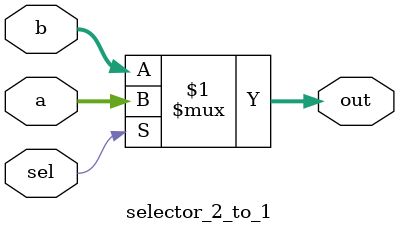
<source format=v>
`timescale 1ns / 1ps

module selector_2_to_1(a, b, sel, out);
  parameter WIDTH = 32;

  input [WIDTH-1:0] a;
  input [WIDTH-1:0] b;
  input sel;
  output [WIDTH-1:0] out;

  assign out = (sel)? a : b;

endmodule
</source>
